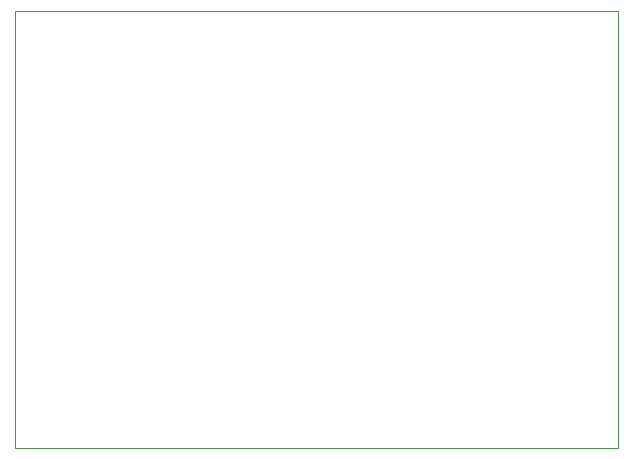
<source format=gbr>
G04 #@! TF.GenerationSoftware,KiCad,Pcbnew,(5.1.5)-3*
G04 #@! TF.CreationDate,2020-01-24T22:37:54-08:00*
G04 #@! TF.ProjectId,sdInterface,7364496e-7465-4726-9661-63652e6b6963,rev?*
G04 #@! TF.SameCoordinates,Original*
G04 #@! TF.FileFunction,Profile,NP*
%FSLAX46Y46*%
G04 Gerber Fmt 4.6, Leading zero omitted, Abs format (unit mm)*
G04 Created by KiCad (PCBNEW (5.1.5)-3) date 2020-01-24 22:37:54*
%MOMM*%
%LPD*%
G04 APERTURE LIST*
%ADD10C,0.050000*%
G04 APERTURE END LIST*
D10*
X142000000Y-73000000D02*
X91000000Y-73000000D01*
X142000000Y-110000000D02*
X142000000Y-73000000D01*
X91000000Y-110000000D02*
X142000000Y-110000000D01*
X91000000Y-73000000D02*
X91000000Y-110000000D01*
M02*

</source>
